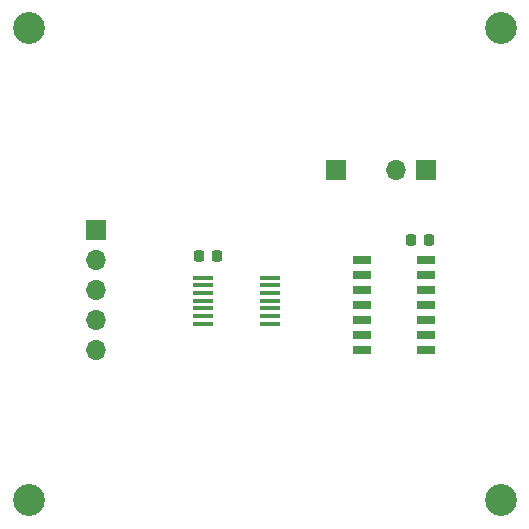
<source format=gbr>
%TF.GenerationSoftware,KiCad,Pcbnew,8.0.6-1.fc41*%
%TF.CreationDate,2024-12-16T12:55:25-05:00*%
%TF.ProjectId,MAX5719_breakout,4d415835-3731-4395-9f62-7265616b6f75,rev?*%
%TF.SameCoordinates,Original*%
%TF.FileFunction,Soldermask,Top*%
%TF.FilePolarity,Negative*%
%FSLAX46Y46*%
G04 Gerber Fmt 4.6, Leading zero omitted, Abs format (unit mm)*
G04 Created by KiCad (PCBNEW 8.0.6-1.fc41) date 2024-12-16 12:55:25*
%MOMM*%
%LPD*%
G01*
G04 APERTURE LIST*
G04 Aperture macros list*
%AMRoundRect*
0 Rectangle with rounded corners*
0 $1 Rounding radius*
0 $2 $3 $4 $5 $6 $7 $8 $9 X,Y pos of 4 corners*
0 Add a 4 corners polygon primitive as box body*
4,1,4,$2,$3,$4,$5,$6,$7,$8,$9,$2,$3,0*
0 Add four circle primitives for the rounded corners*
1,1,$1+$1,$2,$3*
1,1,$1+$1,$4,$5*
1,1,$1+$1,$6,$7*
1,1,$1+$1,$8,$9*
0 Add four rect primitives between the rounded corners*
20,1,$1+$1,$2,$3,$4,$5,0*
20,1,$1+$1,$4,$5,$6,$7,0*
20,1,$1+$1,$6,$7,$8,$9,0*
20,1,$1+$1,$8,$9,$2,$3,0*%
G04 Aperture macros list end*
%ADD10C,2.700000*%
%ADD11R,1.700000X1.700000*%
%ADD12O,1.700000X1.700000*%
%ADD13R,1.676400X0.355600*%
%ADD14R,1.525000X0.650000*%
%ADD15RoundRect,0.225000X0.225000X0.250000X-0.225000X0.250000X-0.225000X-0.250000X0.225000X-0.250000X0*%
G04 APERTURE END LIST*
D10*
%TO.C,H1*%
X178750000Y-91000000D03*
%TD*%
D11*
%TO.C,J2*%
X172440000Y-103010000D03*
D12*
X169900000Y-103010000D03*
%TD*%
D10*
%TO.C,H2*%
X178750000Y-131000000D03*
%TD*%
D13*
%TO.C,U1*%
X153531200Y-112129998D03*
X153531200Y-112779999D03*
X153531200Y-113430000D03*
X153531200Y-114079999D03*
X153531200Y-114729998D03*
X153531200Y-115379999D03*
X153531200Y-116029998D03*
X159170000Y-116030000D03*
X159170000Y-115379999D03*
X159170000Y-114730000D03*
X159170000Y-114079999D03*
X159170000Y-113430000D03*
X159170000Y-112779999D03*
X159170000Y-112130000D03*
%TD*%
D10*
%TO.C,H4*%
X138750000Y-91000000D03*
%TD*%
D14*
%TO.C,IC1*%
X166958000Y-110660000D03*
X166958000Y-111930000D03*
X166958000Y-113200000D03*
X166958000Y-114470000D03*
X166958000Y-115740000D03*
X166958000Y-117010000D03*
X166958000Y-118280000D03*
X172382000Y-118280000D03*
X172382000Y-117010000D03*
X172382000Y-115740000D03*
X172382000Y-114470000D03*
X172382000Y-113200000D03*
X172382000Y-111930000D03*
X172382000Y-110660000D03*
%TD*%
D11*
%TO.C,J1*%
X164820000Y-103010000D03*
%TD*%
D10*
%TO.C,H3*%
X138750000Y-131000000D03*
%TD*%
D11*
%TO.C,J3*%
X144500000Y-108090000D03*
D12*
X144500000Y-110630000D03*
X144500000Y-113170000D03*
X144500000Y-115710000D03*
X144500000Y-118250000D03*
%TD*%
D15*
%TO.C,C2*%
X154695000Y-110280000D03*
X153145000Y-110280000D03*
%TD*%
%TO.C,C1*%
X172670000Y-108970000D03*
X171120000Y-108970000D03*
%TD*%
M02*

</source>
